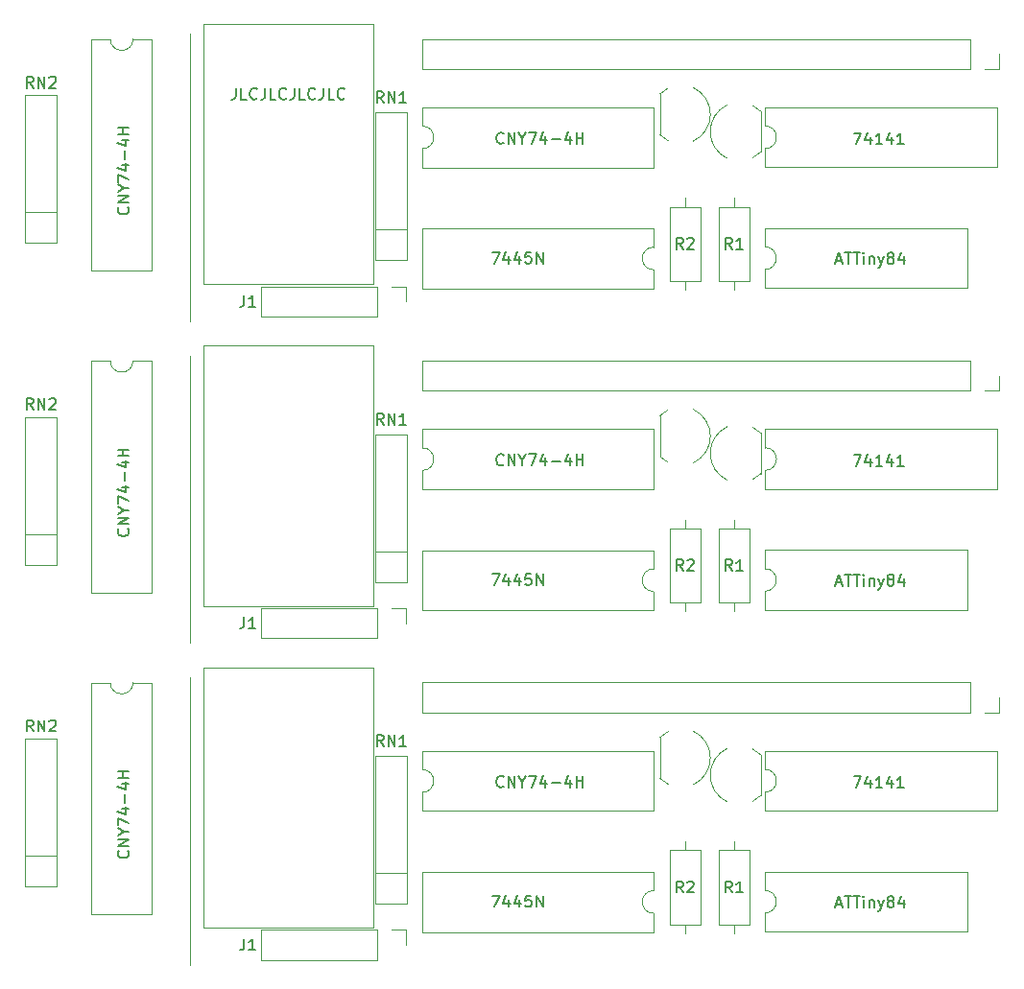
<source format=gbr>
%TF.GenerationSoftware,KiCad,Pcbnew,7.0.7*%
%TF.CreationDate,2023-10-06T22:38:46+01:00*%
%TF.ProjectId,nixie-controller-breakaway-panelized,6e697869-652d-4636-9f6e-74726f6c6c65,rev?*%
%TF.SameCoordinates,Original*%
%TF.FileFunction,Legend,Top*%
%TF.FilePolarity,Positive*%
%FSLAX46Y46*%
G04 Gerber Fmt 4.6, Leading zero omitted, Abs format (unit mm)*
G04 Created by KiCad (PCBNEW 7.0.7) date 2023-10-06 22:38:46*
%MOMM*%
%LPD*%
G01*
G04 APERTURE LIST*
%ADD10C,0.150000*%
%ADD11C,0.120000*%
G04 APERTURE END LIST*
D10*
X101725790Y-107311904D02*
X102201980Y-107311904D01*
X101630552Y-107597619D02*
X101963885Y-106597619D01*
X101963885Y-106597619D02*
X102297218Y-107597619D01*
X102487695Y-106597619D02*
X103059123Y-106597619D01*
X102773409Y-107597619D02*
X102773409Y-106597619D01*
X103249600Y-106597619D02*
X103821028Y-106597619D01*
X103535314Y-107597619D02*
X103535314Y-106597619D01*
X104154362Y-107597619D02*
X104154362Y-106930952D01*
X104154362Y-106597619D02*
X104106743Y-106645238D01*
X104106743Y-106645238D02*
X104154362Y-106692857D01*
X104154362Y-106692857D02*
X104201981Y-106645238D01*
X104201981Y-106645238D02*
X104154362Y-106597619D01*
X104154362Y-106597619D02*
X104154362Y-106692857D01*
X104630552Y-106930952D02*
X104630552Y-107597619D01*
X104630552Y-107026190D02*
X104678171Y-106978571D01*
X104678171Y-106978571D02*
X104773409Y-106930952D01*
X104773409Y-106930952D02*
X104916266Y-106930952D01*
X104916266Y-106930952D02*
X105011504Y-106978571D01*
X105011504Y-106978571D02*
X105059123Y-107073809D01*
X105059123Y-107073809D02*
X105059123Y-107597619D01*
X105440076Y-106930952D02*
X105678171Y-107597619D01*
X105916266Y-106930952D02*
X105678171Y-107597619D01*
X105678171Y-107597619D02*
X105582933Y-107835714D01*
X105582933Y-107835714D02*
X105535314Y-107883333D01*
X105535314Y-107883333D02*
X105440076Y-107930952D01*
X106440076Y-107026190D02*
X106344838Y-106978571D01*
X106344838Y-106978571D02*
X106297219Y-106930952D01*
X106297219Y-106930952D02*
X106249600Y-106835714D01*
X106249600Y-106835714D02*
X106249600Y-106788095D01*
X106249600Y-106788095D02*
X106297219Y-106692857D01*
X106297219Y-106692857D02*
X106344838Y-106645238D01*
X106344838Y-106645238D02*
X106440076Y-106597619D01*
X106440076Y-106597619D02*
X106630552Y-106597619D01*
X106630552Y-106597619D02*
X106725790Y-106645238D01*
X106725790Y-106645238D02*
X106773409Y-106692857D01*
X106773409Y-106692857D02*
X106821028Y-106788095D01*
X106821028Y-106788095D02*
X106821028Y-106835714D01*
X106821028Y-106835714D02*
X106773409Y-106930952D01*
X106773409Y-106930952D02*
X106725790Y-106978571D01*
X106725790Y-106978571D02*
X106630552Y-107026190D01*
X106630552Y-107026190D02*
X106440076Y-107026190D01*
X106440076Y-107026190D02*
X106344838Y-107073809D01*
X106344838Y-107073809D02*
X106297219Y-107121428D01*
X106297219Y-107121428D02*
X106249600Y-107216666D01*
X106249600Y-107216666D02*
X106249600Y-107407142D01*
X106249600Y-107407142D02*
X106297219Y-107502380D01*
X106297219Y-107502380D02*
X106344838Y-107550000D01*
X106344838Y-107550000D02*
X106440076Y-107597619D01*
X106440076Y-107597619D02*
X106630552Y-107597619D01*
X106630552Y-107597619D02*
X106725790Y-107550000D01*
X106725790Y-107550000D02*
X106773409Y-107502380D01*
X106773409Y-107502380D02*
X106821028Y-107407142D01*
X106821028Y-107407142D02*
X106821028Y-107216666D01*
X106821028Y-107216666D02*
X106773409Y-107121428D01*
X106773409Y-107121428D02*
X106725790Y-107073809D01*
X106725790Y-107073809D02*
X106630552Y-107026190D01*
X107678171Y-106930952D02*
X107678171Y-107597619D01*
X107440076Y-106550000D02*
X107201981Y-107264285D01*
X107201981Y-107264285D02*
X107821028Y-107264285D01*
X103273505Y-96031219D02*
X103940171Y-96031219D01*
X103940171Y-96031219D02*
X103511600Y-97031219D01*
X104749695Y-96364552D02*
X104749695Y-97031219D01*
X104511600Y-95983600D02*
X104273505Y-96697885D01*
X104273505Y-96697885D02*
X104892552Y-96697885D01*
X105797314Y-97031219D02*
X105225886Y-97031219D01*
X105511600Y-97031219D02*
X105511600Y-96031219D01*
X105511600Y-96031219D02*
X105416362Y-96174076D01*
X105416362Y-96174076D02*
X105321124Y-96269314D01*
X105321124Y-96269314D02*
X105225886Y-96316933D01*
X106654457Y-96364552D02*
X106654457Y-97031219D01*
X106416362Y-95983600D02*
X106178267Y-96697885D01*
X106178267Y-96697885D02*
X106797314Y-96697885D01*
X107702076Y-97031219D02*
X107130648Y-97031219D01*
X107416362Y-97031219D02*
X107416362Y-96031219D01*
X107416362Y-96031219D02*
X107321124Y-96174076D01*
X107321124Y-96174076D02*
X107225886Y-96269314D01*
X107225886Y-96269314D02*
X107130648Y-96316933D01*
X71364286Y-106546819D02*
X72030952Y-106546819D01*
X72030952Y-106546819D02*
X71602381Y-107546819D01*
X72840476Y-106880152D02*
X72840476Y-107546819D01*
X72602381Y-106499200D02*
X72364286Y-107213485D01*
X72364286Y-107213485D02*
X72983333Y-107213485D01*
X73792857Y-106880152D02*
X73792857Y-107546819D01*
X73554762Y-106499200D02*
X73316667Y-107213485D01*
X73316667Y-107213485D02*
X73935714Y-107213485D01*
X74792857Y-106546819D02*
X74316667Y-106546819D01*
X74316667Y-106546819D02*
X74269048Y-107023009D01*
X74269048Y-107023009D02*
X74316667Y-106975390D01*
X74316667Y-106975390D02*
X74411905Y-106927771D01*
X74411905Y-106927771D02*
X74650000Y-106927771D01*
X74650000Y-106927771D02*
X74745238Y-106975390D01*
X74745238Y-106975390D02*
X74792857Y-107023009D01*
X74792857Y-107023009D02*
X74840476Y-107118247D01*
X74840476Y-107118247D02*
X74840476Y-107356342D01*
X74840476Y-107356342D02*
X74792857Y-107451580D01*
X74792857Y-107451580D02*
X74745238Y-107499200D01*
X74745238Y-107499200D02*
X74650000Y-107546819D01*
X74650000Y-107546819D02*
X74411905Y-107546819D01*
X74411905Y-107546819D02*
X74316667Y-107499200D01*
X74316667Y-107499200D02*
X74269048Y-107451580D01*
X75269048Y-107546819D02*
X75269048Y-106546819D01*
X75269048Y-106546819D02*
X75840476Y-107546819D01*
X75840476Y-107546819D02*
X75840476Y-106546819D01*
X72376114Y-96885180D02*
X72328495Y-96932800D01*
X72328495Y-96932800D02*
X72185638Y-96980419D01*
X72185638Y-96980419D02*
X72090400Y-96980419D01*
X72090400Y-96980419D02*
X71947543Y-96932800D01*
X71947543Y-96932800D02*
X71852305Y-96837561D01*
X71852305Y-96837561D02*
X71804686Y-96742323D01*
X71804686Y-96742323D02*
X71757067Y-96551847D01*
X71757067Y-96551847D02*
X71757067Y-96408990D01*
X71757067Y-96408990D02*
X71804686Y-96218514D01*
X71804686Y-96218514D02*
X71852305Y-96123276D01*
X71852305Y-96123276D02*
X71947543Y-96028038D01*
X71947543Y-96028038D02*
X72090400Y-95980419D01*
X72090400Y-95980419D02*
X72185638Y-95980419D01*
X72185638Y-95980419D02*
X72328495Y-96028038D01*
X72328495Y-96028038D02*
X72376114Y-96075657D01*
X72804686Y-96980419D02*
X72804686Y-95980419D01*
X72804686Y-95980419D02*
X73376114Y-96980419D01*
X73376114Y-96980419D02*
X73376114Y-95980419D01*
X74042781Y-96504228D02*
X74042781Y-96980419D01*
X73709448Y-95980419D02*
X74042781Y-96504228D01*
X74042781Y-96504228D02*
X74376114Y-95980419D01*
X74614210Y-95980419D02*
X75280876Y-95980419D01*
X75280876Y-95980419D02*
X74852305Y-96980419D01*
X76090400Y-96313752D02*
X76090400Y-96980419D01*
X75852305Y-95932800D02*
X75614210Y-96647085D01*
X75614210Y-96647085D02*
X76233257Y-96647085D01*
X76614210Y-96599466D02*
X77376115Y-96599466D01*
X78280876Y-96313752D02*
X78280876Y-96980419D01*
X78042781Y-95932800D02*
X77804686Y-96647085D01*
X77804686Y-96647085D02*
X78423733Y-96647085D01*
X78804686Y-96980419D02*
X78804686Y-95980419D01*
X78804686Y-96456609D02*
X79376114Y-96456609D01*
X79376114Y-96980419D02*
X79376114Y-95980419D01*
X39248780Y-102584685D02*
X39296400Y-102632304D01*
X39296400Y-102632304D02*
X39344019Y-102775161D01*
X39344019Y-102775161D02*
X39344019Y-102870399D01*
X39344019Y-102870399D02*
X39296400Y-103013256D01*
X39296400Y-103013256D02*
X39201161Y-103108494D01*
X39201161Y-103108494D02*
X39105923Y-103156113D01*
X39105923Y-103156113D02*
X38915447Y-103203732D01*
X38915447Y-103203732D02*
X38772590Y-103203732D01*
X38772590Y-103203732D02*
X38582114Y-103156113D01*
X38582114Y-103156113D02*
X38486876Y-103108494D01*
X38486876Y-103108494D02*
X38391638Y-103013256D01*
X38391638Y-103013256D02*
X38344019Y-102870399D01*
X38344019Y-102870399D02*
X38344019Y-102775161D01*
X38344019Y-102775161D02*
X38391638Y-102632304D01*
X38391638Y-102632304D02*
X38439257Y-102584685D01*
X39344019Y-102156113D02*
X38344019Y-102156113D01*
X38344019Y-102156113D02*
X39344019Y-101584685D01*
X39344019Y-101584685D02*
X38344019Y-101584685D01*
X38867828Y-100918018D02*
X39344019Y-100918018D01*
X38344019Y-101251351D02*
X38867828Y-100918018D01*
X38867828Y-100918018D02*
X38344019Y-100584685D01*
X38344019Y-100346589D02*
X38344019Y-99679923D01*
X38344019Y-99679923D02*
X39344019Y-100108494D01*
X38677352Y-98870399D02*
X39344019Y-98870399D01*
X38296400Y-99108494D02*
X39010685Y-99346589D01*
X39010685Y-99346589D02*
X39010685Y-98727542D01*
X38963066Y-98346589D02*
X38963066Y-97584685D01*
X38677352Y-96679923D02*
X39344019Y-96679923D01*
X38296400Y-96918018D02*
X39010685Y-97156113D01*
X39010685Y-97156113D02*
X39010685Y-96537066D01*
X39344019Y-96156113D02*
X38344019Y-96156113D01*
X38820209Y-96156113D02*
X38820209Y-95584685D01*
X39344019Y-95584685D02*
X38344019Y-95584685D01*
D11*
X44750000Y-112650000D02*
X44750000Y-87300000D01*
D10*
X101725790Y-78911904D02*
X102201980Y-78911904D01*
X101630552Y-79197619D02*
X101963885Y-78197619D01*
X101963885Y-78197619D02*
X102297218Y-79197619D01*
X102487695Y-78197619D02*
X103059123Y-78197619D01*
X102773409Y-79197619D02*
X102773409Y-78197619D01*
X103249600Y-78197619D02*
X103821028Y-78197619D01*
X103535314Y-79197619D02*
X103535314Y-78197619D01*
X104154362Y-79197619D02*
X104154362Y-78530952D01*
X104154362Y-78197619D02*
X104106743Y-78245238D01*
X104106743Y-78245238D02*
X104154362Y-78292857D01*
X104154362Y-78292857D02*
X104201981Y-78245238D01*
X104201981Y-78245238D02*
X104154362Y-78197619D01*
X104154362Y-78197619D02*
X104154362Y-78292857D01*
X104630552Y-78530952D02*
X104630552Y-79197619D01*
X104630552Y-78626190D02*
X104678171Y-78578571D01*
X104678171Y-78578571D02*
X104773409Y-78530952D01*
X104773409Y-78530952D02*
X104916266Y-78530952D01*
X104916266Y-78530952D02*
X105011504Y-78578571D01*
X105011504Y-78578571D02*
X105059123Y-78673809D01*
X105059123Y-78673809D02*
X105059123Y-79197619D01*
X105440076Y-78530952D02*
X105678171Y-79197619D01*
X105916266Y-78530952D02*
X105678171Y-79197619D01*
X105678171Y-79197619D02*
X105582933Y-79435714D01*
X105582933Y-79435714D02*
X105535314Y-79483333D01*
X105535314Y-79483333D02*
X105440076Y-79530952D01*
X106440076Y-78626190D02*
X106344838Y-78578571D01*
X106344838Y-78578571D02*
X106297219Y-78530952D01*
X106297219Y-78530952D02*
X106249600Y-78435714D01*
X106249600Y-78435714D02*
X106249600Y-78388095D01*
X106249600Y-78388095D02*
X106297219Y-78292857D01*
X106297219Y-78292857D02*
X106344838Y-78245238D01*
X106344838Y-78245238D02*
X106440076Y-78197619D01*
X106440076Y-78197619D02*
X106630552Y-78197619D01*
X106630552Y-78197619D02*
X106725790Y-78245238D01*
X106725790Y-78245238D02*
X106773409Y-78292857D01*
X106773409Y-78292857D02*
X106821028Y-78388095D01*
X106821028Y-78388095D02*
X106821028Y-78435714D01*
X106821028Y-78435714D02*
X106773409Y-78530952D01*
X106773409Y-78530952D02*
X106725790Y-78578571D01*
X106725790Y-78578571D02*
X106630552Y-78626190D01*
X106630552Y-78626190D02*
X106440076Y-78626190D01*
X106440076Y-78626190D02*
X106344838Y-78673809D01*
X106344838Y-78673809D02*
X106297219Y-78721428D01*
X106297219Y-78721428D02*
X106249600Y-78816666D01*
X106249600Y-78816666D02*
X106249600Y-79007142D01*
X106249600Y-79007142D02*
X106297219Y-79102380D01*
X106297219Y-79102380D02*
X106344838Y-79150000D01*
X106344838Y-79150000D02*
X106440076Y-79197619D01*
X106440076Y-79197619D02*
X106630552Y-79197619D01*
X106630552Y-79197619D02*
X106725790Y-79150000D01*
X106725790Y-79150000D02*
X106773409Y-79102380D01*
X106773409Y-79102380D02*
X106821028Y-79007142D01*
X106821028Y-79007142D02*
X106821028Y-78816666D01*
X106821028Y-78816666D02*
X106773409Y-78721428D01*
X106773409Y-78721428D02*
X106725790Y-78673809D01*
X106725790Y-78673809D02*
X106630552Y-78626190D01*
X107678171Y-78530952D02*
X107678171Y-79197619D01*
X107440076Y-78150000D02*
X107201981Y-78864285D01*
X107201981Y-78864285D02*
X107821028Y-78864285D01*
X103273505Y-67631219D02*
X103940171Y-67631219D01*
X103940171Y-67631219D02*
X103511600Y-68631219D01*
X104749695Y-67964552D02*
X104749695Y-68631219D01*
X104511600Y-67583600D02*
X104273505Y-68297885D01*
X104273505Y-68297885D02*
X104892552Y-68297885D01*
X105797314Y-68631219D02*
X105225886Y-68631219D01*
X105511600Y-68631219D02*
X105511600Y-67631219D01*
X105511600Y-67631219D02*
X105416362Y-67774076D01*
X105416362Y-67774076D02*
X105321124Y-67869314D01*
X105321124Y-67869314D02*
X105225886Y-67916933D01*
X106654457Y-67964552D02*
X106654457Y-68631219D01*
X106416362Y-67583600D02*
X106178267Y-68297885D01*
X106178267Y-68297885D02*
X106797314Y-68297885D01*
X107702076Y-68631219D02*
X107130648Y-68631219D01*
X107416362Y-68631219D02*
X107416362Y-67631219D01*
X107416362Y-67631219D02*
X107321124Y-67774076D01*
X107321124Y-67774076D02*
X107225886Y-67869314D01*
X107225886Y-67869314D02*
X107130648Y-67916933D01*
X71364286Y-78146819D02*
X72030952Y-78146819D01*
X72030952Y-78146819D02*
X71602381Y-79146819D01*
X72840476Y-78480152D02*
X72840476Y-79146819D01*
X72602381Y-78099200D02*
X72364286Y-78813485D01*
X72364286Y-78813485D02*
X72983333Y-78813485D01*
X73792857Y-78480152D02*
X73792857Y-79146819D01*
X73554762Y-78099200D02*
X73316667Y-78813485D01*
X73316667Y-78813485D02*
X73935714Y-78813485D01*
X74792857Y-78146819D02*
X74316667Y-78146819D01*
X74316667Y-78146819D02*
X74269048Y-78623009D01*
X74269048Y-78623009D02*
X74316667Y-78575390D01*
X74316667Y-78575390D02*
X74411905Y-78527771D01*
X74411905Y-78527771D02*
X74650000Y-78527771D01*
X74650000Y-78527771D02*
X74745238Y-78575390D01*
X74745238Y-78575390D02*
X74792857Y-78623009D01*
X74792857Y-78623009D02*
X74840476Y-78718247D01*
X74840476Y-78718247D02*
X74840476Y-78956342D01*
X74840476Y-78956342D02*
X74792857Y-79051580D01*
X74792857Y-79051580D02*
X74745238Y-79099200D01*
X74745238Y-79099200D02*
X74650000Y-79146819D01*
X74650000Y-79146819D02*
X74411905Y-79146819D01*
X74411905Y-79146819D02*
X74316667Y-79099200D01*
X74316667Y-79099200D02*
X74269048Y-79051580D01*
X75269048Y-79146819D02*
X75269048Y-78146819D01*
X75269048Y-78146819D02*
X75840476Y-79146819D01*
X75840476Y-79146819D02*
X75840476Y-78146819D01*
X72376114Y-68485180D02*
X72328495Y-68532800D01*
X72328495Y-68532800D02*
X72185638Y-68580419D01*
X72185638Y-68580419D02*
X72090400Y-68580419D01*
X72090400Y-68580419D02*
X71947543Y-68532800D01*
X71947543Y-68532800D02*
X71852305Y-68437561D01*
X71852305Y-68437561D02*
X71804686Y-68342323D01*
X71804686Y-68342323D02*
X71757067Y-68151847D01*
X71757067Y-68151847D02*
X71757067Y-68008990D01*
X71757067Y-68008990D02*
X71804686Y-67818514D01*
X71804686Y-67818514D02*
X71852305Y-67723276D01*
X71852305Y-67723276D02*
X71947543Y-67628038D01*
X71947543Y-67628038D02*
X72090400Y-67580419D01*
X72090400Y-67580419D02*
X72185638Y-67580419D01*
X72185638Y-67580419D02*
X72328495Y-67628038D01*
X72328495Y-67628038D02*
X72376114Y-67675657D01*
X72804686Y-68580419D02*
X72804686Y-67580419D01*
X72804686Y-67580419D02*
X73376114Y-68580419D01*
X73376114Y-68580419D02*
X73376114Y-67580419D01*
X74042781Y-68104228D02*
X74042781Y-68580419D01*
X73709448Y-67580419D02*
X74042781Y-68104228D01*
X74042781Y-68104228D02*
X74376114Y-67580419D01*
X74614210Y-67580419D02*
X75280876Y-67580419D01*
X75280876Y-67580419D02*
X74852305Y-68580419D01*
X76090400Y-67913752D02*
X76090400Y-68580419D01*
X75852305Y-67532800D02*
X75614210Y-68247085D01*
X75614210Y-68247085D02*
X76233257Y-68247085D01*
X76614210Y-68199466D02*
X77376115Y-68199466D01*
X78280876Y-67913752D02*
X78280876Y-68580419D01*
X78042781Y-67532800D02*
X77804686Y-68247085D01*
X77804686Y-68247085D02*
X78423733Y-68247085D01*
X78804686Y-68580419D02*
X78804686Y-67580419D01*
X78804686Y-68056609D02*
X79376114Y-68056609D01*
X79376114Y-68580419D02*
X79376114Y-67580419D01*
X39248780Y-74184685D02*
X39296400Y-74232304D01*
X39296400Y-74232304D02*
X39344019Y-74375161D01*
X39344019Y-74375161D02*
X39344019Y-74470399D01*
X39344019Y-74470399D02*
X39296400Y-74613256D01*
X39296400Y-74613256D02*
X39201161Y-74708494D01*
X39201161Y-74708494D02*
X39105923Y-74756113D01*
X39105923Y-74756113D02*
X38915447Y-74803732D01*
X38915447Y-74803732D02*
X38772590Y-74803732D01*
X38772590Y-74803732D02*
X38582114Y-74756113D01*
X38582114Y-74756113D02*
X38486876Y-74708494D01*
X38486876Y-74708494D02*
X38391638Y-74613256D01*
X38391638Y-74613256D02*
X38344019Y-74470399D01*
X38344019Y-74470399D02*
X38344019Y-74375161D01*
X38344019Y-74375161D02*
X38391638Y-74232304D01*
X38391638Y-74232304D02*
X38439257Y-74184685D01*
X39344019Y-73756113D02*
X38344019Y-73756113D01*
X38344019Y-73756113D02*
X39344019Y-73184685D01*
X39344019Y-73184685D02*
X38344019Y-73184685D01*
X38867828Y-72518018D02*
X39344019Y-72518018D01*
X38344019Y-72851351D02*
X38867828Y-72518018D01*
X38867828Y-72518018D02*
X38344019Y-72184685D01*
X38344019Y-71946589D02*
X38344019Y-71279923D01*
X38344019Y-71279923D02*
X39344019Y-71708494D01*
X38677352Y-70470399D02*
X39344019Y-70470399D01*
X38296400Y-70708494D02*
X39010685Y-70946589D01*
X39010685Y-70946589D02*
X39010685Y-70327542D01*
X38963066Y-69946589D02*
X38963066Y-69184685D01*
X38677352Y-68279923D02*
X39344019Y-68279923D01*
X38296400Y-68518018D02*
X39010685Y-68756113D01*
X39010685Y-68756113D02*
X39010685Y-68137066D01*
X39344019Y-67756113D02*
X38344019Y-67756113D01*
X38820209Y-67756113D02*
X38820209Y-67184685D01*
X39344019Y-67184685D02*
X38344019Y-67184685D01*
D11*
X44750000Y-84250000D02*
X44750000Y-58900000D01*
X44750000Y-55850000D02*
X44750000Y-30500000D01*
D10*
X101725790Y-50511904D02*
X102201980Y-50511904D01*
X101630552Y-50797619D02*
X101963885Y-49797619D01*
X101963885Y-49797619D02*
X102297218Y-50797619D01*
X102487695Y-49797619D02*
X103059123Y-49797619D01*
X102773409Y-50797619D02*
X102773409Y-49797619D01*
X103249600Y-49797619D02*
X103821028Y-49797619D01*
X103535314Y-50797619D02*
X103535314Y-49797619D01*
X104154362Y-50797619D02*
X104154362Y-50130952D01*
X104154362Y-49797619D02*
X104106743Y-49845238D01*
X104106743Y-49845238D02*
X104154362Y-49892857D01*
X104154362Y-49892857D02*
X104201981Y-49845238D01*
X104201981Y-49845238D02*
X104154362Y-49797619D01*
X104154362Y-49797619D02*
X104154362Y-49892857D01*
X104630552Y-50130952D02*
X104630552Y-50797619D01*
X104630552Y-50226190D02*
X104678171Y-50178571D01*
X104678171Y-50178571D02*
X104773409Y-50130952D01*
X104773409Y-50130952D02*
X104916266Y-50130952D01*
X104916266Y-50130952D02*
X105011504Y-50178571D01*
X105011504Y-50178571D02*
X105059123Y-50273809D01*
X105059123Y-50273809D02*
X105059123Y-50797619D01*
X105440076Y-50130952D02*
X105678171Y-50797619D01*
X105916266Y-50130952D02*
X105678171Y-50797619D01*
X105678171Y-50797619D02*
X105582933Y-51035714D01*
X105582933Y-51035714D02*
X105535314Y-51083333D01*
X105535314Y-51083333D02*
X105440076Y-51130952D01*
X106440076Y-50226190D02*
X106344838Y-50178571D01*
X106344838Y-50178571D02*
X106297219Y-50130952D01*
X106297219Y-50130952D02*
X106249600Y-50035714D01*
X106249600Y-50035714D02*
X106249600Y-49988095D01*
X106249600Y-49988095D02*
X106297219Y-49892857D01*
X106297219Y-49892857D02*
X106344838Y-49845238D01*
X106344838Y-49845238D02*
X106440076Y-49797619D01*
X106440076Y-49797619D02*
X106630552Y-49797619D01*
X106630552Y-49797619D02*
X106725790Y-49845238D01*
X106725790Y-49845238D02*
X106773409Y-49892857D01*
X106773409Y-49892857D02*
X106821028Y-49988095D01*
X106821028Y-49988095D02*
X106821028Y-50035714D01*
X106821028Y-50035714D02*
X106773409Y-50130952D01*
X106773409Y-50130952D02*
X106725790Y-50178571D01*
X106725790Y-50178571D02*
X106630552Y-50226190D01*
X106630552Y-50226190D02*
X106440076Y-50226190D01*
X106440076Y-50226190D02*
X106344838Y-50273809D01*
X106344838Y-50273809D02*
X106297219Y-50321428D01*
X106297219Y-50321428D02*
X106249600Y-50416666D01*
X106249600Y-50416666D02*
X106249600Y-50607142D01*
X106249600Y-50607142D02*
X106297219Y-50702380D01*
X106297219Y-50702380D02*
X106344838Y-50750000D01*
X106344838Y-50750000D02*
X106440076Y-50797619D01*
X106440076Y-50797619D02*
X106630552Y-50797619D01*
X106630552Y-50797619D02*
X106725790Y-50750000D01*
X106725790Y-50750000D02*
X106773409Y-50702380D01*
X106773409Y-50702380D02*
X106821028Y-50607142D01*
X106821028Y-50607142D02*
X106821028Y-50416666D01*
X106821028Y-50416666D02*
X106773409Y-50321428D01*
X106773409Y-50321428D02*
X106725790Y-50273809D01*
X106725790Y-50273809D02*
X106630552Y-50226190D01*
X107678171Y-50130952D02*
X107678171Y-50797619D01*
X107440076Y-49750000D02*
X107201981Y-50464285D01*
X107201981Y-50464285D02*
X107821028Y-50464285D01*
X72376114Y-40085180D02*
X72328495Y-40132800D01*
X72328495Y-40132800D02*
X72185638Y-40180419D01*
X72185638Y-40180419D02*
X72090400Y-40180419D01*
X72090400Y-40180419D02*
X71947543Y-40132800D01*
X71947543Y-40132800D02*
X71852305Y-40037561D01*
X71852305Y-40037561D02*
X71804686Y-39942323D01*
X71804686Y-39942323D02*
X71757067Y-39751847D01*
X71757067Y-39751847D02*
X71757067Y-39608990D01*
X71757067Y-39608990D02*
X71804686Y-39418514D01*
X71804686Y-39418514D02*
X71852305Y-39323276D01*
X71852305Y-39323276D02*
X71947543Y-39228038D01*
X71947543Y-39228038D02*
X72090400Y-39180419D01*
X72090400Y-39180419D02*
X72185638Y-39180419D01*
X72185638Y-39180419D02*
X72328495Y-39228038D01*
X72328495Y-39228038D02*
X72376114Y-39275657D01*
X72804686Y-40180419D02*
X72804686Y-39180419D01*
X72804686Y-39180419D02*
X73376114Y-40180419D01*
X73376114Y-40180419D02*
X73376114Y-39180419D01*
X74042781Y-39704228D02*
X74042781Y-40180419D01*
X73709448Y-39180419D02*
X74042781Y-39704228D01*
X74042781Y-39704228D02*
X74376114Y-39180419D01*
X74614210Y-39180419D02*
X75280876Y-39180419D01*
X75280876Y-39180419D02*
X74852305Y-40180419D01*
X76090400Y-39513752D02*
X76090400Y-40180419D01*
X75852305Y-39132800D02*
X75614210Y-39847085D01*
X75614210Y-39847085D02*
X76233257Y-39847085D01*
X76614210Y-39799466D02*
X77376115Y-39799466D01*
X78280876Y-39513752D02*
X78280876Y-40180419D01*
X78042781Y-39132800D02*
X77804686Y-39847085D01*
X77804686Y-39847085D02*
X78423733Y-39847085D01*
X78804686Y-40180419D02*
X78804686Y-39180419D01*
X78804686Y-39656609D02*
X79376114Y-39656609D01*
X79376114Y-40180419D02*
X79376114Y-39180419D01*
X71364286Y-49746819D02*
X72030952Y-49746819D01*
X72030952Y-49746819D02*
X71602381Y-50746819D01*
X72840476Y-50080152D02*
X72840476Y-50746819D01*
X72602381Y-49699200D02*
X72364286Y-50413485D01*
X72364286Y-50413485D02*
X72983333Y-50413485D01*
X73792857Y-50080152D02*
X73792857Y-50746819D01*
X73554762Y-49699200D02*
X73316667Y-50413485D01*
X73316667Y-50413485D02*
X73935714Y-50413485D01*
X74792857Y-49746819D02*
X74316667Y-49746819D01*
X74316667Y-49746819D02*
X74269048Y-50223009D01*
X74269048Y-50223009D02*
X74316667Y-50175390D01*
X74316667Y-50175390D02*
X74411905Y-50127771D01*
X74411905Y-50127771D02*
X74650000Y-50127771D01*
X74650000Y-50127771D02*
X74745238Y-50175390D01*
X74745238Y-50175390D02*
X74792857Y-50223009D01*
X74792857Y-50223009D02*
X74840476Y-50318247D01*
X74840476Y-50318247D02*
X74840476Y-50556342D01*
X74840476Y-50556342D02*
X74792857Y-50651580D01*
X74792857Y-50651580D02*
X74745238Y-50699200D01*
X74745238Y-50699200D02*
X74650000Y-50746819D01*
X74650000Y-50746819D02*
X74411905Y-50746819D01*
X74411905Y-50746819D02*
X74316667Y-50699200D01*
X74316667Y-50699200D02*
X74269048Y-50651580D01*
X75269048Y-50746819D02*
X75269048Y-49746819D01*
X75269048Y-49746819D02*
X75840476Y-50746819D01*
X75840476Y-50746819D02*
X75840476Y-49746819D01*
X103273505Y-39231219D02*
X103940171Y-39231219D01*
X103940171Y-39231219D02*
X103511600Y-40231219D01*
X104749695Y-39564552D02*
X104749695Y-40231219D01*
X104511600Y-39183600D02*
X104273505Y-39897885D01*
X104273505Y-39897885D02*
X104892552Y-39897885D01*
X105797314Y-40231219D02*
X105225886Y-40231219D01*
X105511600Y-40231219D02*
X105511600Y-39231219D01*
X105511600Y-39231219D02*
X105416362Y-39374076D01*
X105416362Y-39374076D02*
X105321124Y-39469314D01*
X105321124Y-39469314D02*
X105225886Y-39516933D01*
X106654457Y-39564552D02*
X106654457Y-40231219D01*
X106416362Y-39183600D02*
X106178267Y-39897885D01*
X106178267Y-39897885D02*
X106797314Y-39897885D01*
X107702076Y-40231219D02*
X107130648Y-40231219D01*
X107416362Y-40231219D02*
X107416362Y-39231219D01*
X107416362Y-39231219D02*
X107321124Y-39374076D01*
X107321124Y-39374076D02*
X107225886Y-39469314D01*
X107225886Y-39469314D02*
X107130648Y-39516933D01*
X48772493Y-35269819D02*
X48772493Y-35984104D01*
X48772493Y-35984104D02*
X48724874Y-36126961D01*
X48724874Y-36126961D02*
X48629636Y-36222200D01*
X48629636Y-36222200D02*
X48486779Y-36269819D01*
X48486779Y-36269819D02*
X48391541Y-36269819D01*
X49724874Y-36269819D02*
X49248684Y-36269819D01*
X49248684Y-36269819D02*
X49248684Y-35269819D01*
X50629636Y-36174580D02*
X50582017Y-36222200D01*
X50582017Y-36222200D02*
X50439160Y-36269819D01*
X50439160Y-36269819D02*
X50343922Y-36269819D01*
X50343922Y-36269819D02*
X50201065Y-36222200D01*
X50201065Y-36222200D02*
X50105827Y-36126961D01*
X50105827Y-36126961D02*
X50058208Y-36031723D01*
X50058208Y-36031723D02*
X50010589Y-35841247D01*
X50010589Y-35841247D02*
X50010589Y-35698390D01*
X50010589Y-35698390D02*
X50058208Y-35507914D01*
X50058208Y-35507914D02*
X50105827Y-35412676D01*
X50105827Y-35412676D02*
X50201065Y-35317438D01*
X50201065Y-35317438D02*
X50343922Y-35269819D01*
X50343922Y-35269819D02*
X50439160Y-35269819D01*
X50439160Y-35269819D02*
X50582017Y-35317438D01*
X50582017Y-35317438D02*
X50629636Y-35365057D01*
X51343922Y-35269819D02*
X51343922Y-35984104D01*
X51343922Y-35984104D02*
X51296303Y-36126961D01*
X51296303Y-36126961D02*
X51201065Y-36222200D01*
X51201065Y-36222200D02*
X51058208Y-36269819D01*
X51058208Y-36269819D02*
X50962970Y-36269819D01*
X52296303Y-36269819D02*
X51820113Y-36269819D01*
X51820113Y-36269819D02*
X51820113Y-35269819D01*
X53201065Y-36174580D02*
X53153446Y-36222200D01*
X53153446Y-36222200D02*
X53010589Y-36269819D01*
X53010589Y-36269819D02*
X52915351Y-36269819D01*
X52915351Y-36269819D02*
X52772494Y-36222200D01*
X52772494Y-36222200D02*
X52677256Y-36126961D01*
X52677256Y-36126961D02*
X52629637Y-36031723D01*
X52629637Y-36031723D02*
X52582018Y-35841247D01*
X52582018Y-35841247D02*
X52582018Y-35698390D01*
X52582018Y-35698390D02*
X52629637Y-35507914D01*
X52629637Y-35507914D02*
X52677256Y-35412676D01*
X52677256Y-35412676D02*
X52772494Y-35317438D01*
X52772494Y-35317438D02*
X52915351Y-35269819D01*
X52915351Y-35269819D02*
X53010589Y-35269819D01*
X53010589Y-35269819D02*
X53153446Y-35317438D01*
X53153446Y-35317438D02*
X53201065Y-35365057D01*
X53915351Y-35269819D02*
X53915351Y-35984104D01*
X53915351Y-35984104D02*
X53867732Y-36126961D01*
X53867732Y-36126961D02*
X53772494Y-36222200D01*
X53772494Y-36222200D02*
X53629637Y-36269819D01*
X53629637Y-36269819D02*
X53534399Y-36269819D01*
X54867732Y-36269819D02*
X54391542Y-36269819D01*
X54391542Y-36269819D02*
X54391542Y-35269819D01*
X55772494Y-36174580D02*
X55724875Y-36222200D01*
X55724875Y-36222200D02*
X55582018Y-36269819D01*
X55582018Y-36269819D02*
X55486780Y-36269819D01*
X55486780Y-36269819D02*
X55343923Y-36222200D01*
X55343923Y-36222200D02*
X55248685Y-36126961D01*
X55248685Y-36126961D02*
X55201066Y-36031723D01*
X55201066Y-36031723D02*
X55153447Y-35841247D01*
X55153447Y-35841247D02*
X55153447Y-35698390D01*
X55153447Y-35698390D02*
X55201066Y-35507914D01*
X55201066Y-35507914D02*
X55248685Y-35412676D01*
X55248685Y-35412676D02*
X55343923Y-35317438D01*
X55343923Y-35317438D02*
X55486780Y-35269819D01*
X55486780Y-35269819D02*
X55582018Y-35269819D01*
X55582018Y-35269819D02*
X55724875Y-35317438D01*
X55724875Y-35317438D02*
X55772494Y-35365057D01*
X56486780Y-35269819D02*
X56486780Y-35984104D01*
X56486780Y-35984104D02*
X56439161Y-36126961D01*
X56439161Y-36126961D02*
X56343923Y-36222200D01*
X56343923Y-36222200D02*
X56201066Y-36269819D01*
X56201066Y-36269819D02*
X56105828Y-36269819D01*
X57439161Y-36269819D02*
X56962971Y-36269819D01*
X56962971Y-36269819D02*
X56962971Y-35269819D01*
X58343923Y-36174580D02*
X58296304Y-36222200D01*
X58296304Y-36222200D02*
X58153447Y-36269819D01*
X58153447Y-36269819D02*
X58058209Y-36269819D01*
X58058209Y-36269819D02*
X57915352Y-36222200D01*
X57915352Y-36222200D02*
X57820114Y-36126961D01*
X57820114Y-36126961D02*
X57772495Y-36031723D01*
X57772495Y-36031723D02*
X57724876Y-35841247D01*
X57724876Y-35841247D02*
X57724876Y-35698390D01*
X57724876Y-35698390D02*
X57772495Y-35507914D01*
X57772495Y-35507914D02*
X57820114Y-35412676D01*
X57820114Y-35412676D02*
X57915352Y-35317438D01*
X57915352Y-35317438D02*
X58058209Y-35269819D01*
X58058209Y-35269819D02*
X58153447Y-35269819D01*
X58153447Y-35269819D02*
X58296304Y-35317438D01*
X58296304Y-35317438D02*
X58343923Y-35365057D01*
X39248780Y-45784685D02*
X39296400Y-45832304D01*
X39296400Y-45832304D02*
X39344019Y-45975161D01*
X39344019Y-45975161D02*
X39344019Y-46070399D01*
X39344019Y-46070399D02*
X39296400Y-46213256D01*
X39296400Y-46213256D02*
X39201161Y-46308494D01*
X39201161Y-46308494D02*
X39105923Y-46356113D01*
X39105923Y-46356113D02*
X38915447Y-46403732D01*
X38915447Y-46403732D02*
X38772590Y-46403732D01*
X38772590Y-46403732D02*
X38582114Y-46356113D01*
X38582114Y-46356113D02*
X38486876Y-46308494D01*
X38486876Y-46308494D02*
X38391638Y-46213256D01*
X38391638Y-46213256D02*
X38344019Y-46070399D01*
X38344019Y-46070399D02*
X38344019Y-45975161D01*
X38344019Y-45975161D02*
X38391638Y-45832304D01*
X38391638Y-45832304D02*
X38439257Y-45784685D01*
X39344019Y-45356113D02*
X38344019Y-45356113D01*
X38344019Y-45356113D02*
X39344019Y-44784685D01*
X39344019Y-44784685D02*
X38344019Y-44784685D01*
X38867828Y-44118018D02*
X39344019Y-44118018D01*
X38344019Y-44451351D02*
X38867828Y-44118018D01*
X38867828Y-44118018D02*
X38344019Y-43784685D01*
X38344019Y-43546589D02*
X38344019Y-42879923D01*
X38344019Y-42879923D02*
X39344019Y-43308494D01*
X38677352Y-42070399D02*
X39344019Y-42070399D01*
X38296400Y-42308494D02*
X39010685Y-42546589D01*
X39010685Y-42546589D02*
X39010685Y-41927542D01*
X38963066Y-41546589D02*
X38963066Y-40784685D01*
X38677352Y-39879923D02*
X39344019Y-39879923D01*
X38296400Y-40118018D02*
X39010685Y-40356113D01*
X39010685Y-40356113D02*
X39010685Y-39737066D01*
X39344019Y-39356113D02*
X38344019Y-39356113D01*
X38820209Y-39356113D02*
X38820209Y-38784685D01*
X39344019Y-38784685D02*
X38344019Y-38784685D01*
X49501466Y-110356819D02*
X49501466Y-111071104D01*
X49501466Y-111071104D02*
X49453847Y-111213961D01*
X49453847Y-111213961D02*
X49358609Y-111309200D01*
X49358609Y-111309200D02*
X49215752Y-111356819D01*
X49215752Y-111356819D02*
X49120514Y-111356819D01*
X50501466Y-111356819D02*
X49930038Y-111356819D01*
X50215752Y-111356819D02*
X50215752Y-110356819D01*
X50215752Y-110356819D02*
X50120514Y-110499676D01*
X50120514Y-110499676D02*
X50025276Y-110594914D01*
X50025276Y-110594914D02*
X49930038Y-110642533D01*
X92543333Y-106276819D02*
X92210000Y-105800628D01*
X91971905Y-106276819D02*
X91971905Y-105276819D01*
X91971905Y-105276819D02*
X92352857Y-105276819D01*
X92352857Y-105276819D02*
X92448095Y-105324438D01*
X92448095Y-105324438D02*
X92495714Y-105372057D01*
X92495714Y-105372057D02*
X92543333Y-105467295D01*
X92543333Y-105467295D02*
X92543333Y-105610152D01*
X92543333Y-105610152D02*
X92495714Y-105705390D01*
X92495714Y-105705390D02*
X92448095Y-105753009D01*
X92448095Y-105753009D02*
X92352857Y-105800628D01*
X92352857Y-105800628D02*
X91971905Y-105800628D01*
X93495714Y-106276819D02*
X92924286Y-106276819D01*
X93210000Y-106276819D02*
X93210000Y-105276819D01*
X93210000Y-105276819D02*
X93114762Y-105419676D01*
X93114762Y-105419676D02*
X93019524Y-105514914D01*
X93019524Y-105514914D02*
X92924286Y-105562533D01*
X61793523Y-93373619D02*
X61460190Y-92897428D01*
X61222095Y-93373619D02*
X61222095Y-92373619D01*
X61222095Y-92373619D02*
X61603047Y-92373619D01*
X61603047Y-92373619D02*
X61698285Y-92421238D01*
X61698285Y-92421238D02*
X61745904Y-92468857D01*
X61745904Y-92468857D02*
X61793523Y-92564095D01*
X61793523Y-92564095D02*
X61793523Y-92706952D01*
X61793523Y-92706952D02*
X61745904Y-92802190D01*
X61745904Y-92802190D02*
X61698285Y-92849809D01*
X61698285Y-92849809D02*
X61603047Y-92897428D01*
X61603047Y-92897428D02*
X61222095Y-92897428D01*
X62222095Y-93373619D02*
X62222095Y-92373619D01*
X62222095Y-92373619D02*
X62793523Y-93373619D01*
X62793523Y-93373619D02*
X62793523Y-92373619D01*
X63793523Y-93373619D02*
X63222095Y-93373619D01*
X63507809Y-93373619D02*
X63507809Y-92373619D01*
X63507809Y-92373619D02*
X63412571Y-92516476D01*
X63412571Y-92516476D02*
X63317333Y-92611714D01*
X63317333Y-92611714D02*
X63222095Y-92659333D01*
X30883523Y-92052819D02*
X30550190Y-91576628D01*
X30312095Y-92052819D02*
X30312095Y-91052819D01*
X30312095Y-91052819D02*
X30693047Y-91052819D01*
X30693047Y-91052819D02*
X30788285Y-91100438D01*
X30788285Y-91100438D02*
X30835904Y-91148057D01*
X30835904Y-91148057D02*
X30883523Y-91243295D01*
X30883523Y-91243295D02*
X30883523Y-91386152D01*
X30883523Y-91386152D02*
X30835904Y-91481390D01*
X30835904Y-91481390D02*
X30788285Y-91529009D01*
X30788285Y-91529009D02*
X30693047Y-91576628D01*
X30693047Y-91576628D02*
X30312095Y-91576628D01*
X31312095Y-92052819D02*
X31312095Y-91052819D01*
X31312095Y-91052819D02*
X31883523Y-92052819D01*
X31883523Y-92052819D02*
X31883523Y-91052819D01*
X32312095Y-91148057D02*
X32359714Y-91100438D01*
X32359714Y-91100438D02*
X32454952Y-91052819D01*
X32454952Y-91052819D02*
X32693047Y-91052819D01*
X32693047Y-91052819D02*
X32788285Y-91100438D01*
X32788285Y-91100438D02*
X32835904Y-91148057D01*
X32835904Y-91148057D02*
X32883523Y-91243295D01*
X32883523Y-91243295D02*
X32883523Y-91338533D01*
X32883523Y-91338533D02*
X32835904Y-91481390D01*
X32835904Y-91481390D02*
X32264476Y-92052819D01*
X32264476Y-92052819D02*
X32883523Y-92052819D01*
X88225333Y-106276819D02*
X87892000Y-105800628D01*
X87653905Y-106276819D02*
X87653905Y-105276819D01*
X87653905Y-105276819D02*
X88034857Y-105276819D01*
X88034857Y-105276819D02*
X88130095Y-105324438D01*
X88130095Y-105324438D02*
X88177714Y-105372057D01*
X88177714Y-105372057D02*
X88225333Y-105467295D01*
X88225333Y-105467295D02*
X88225333Y-105610152D01*
X88225333Y-105610152D02*
X88177714Y-105705390D01*
X88177714Y-105705390D02*
X88130095Y-105753009D01*
X88130095Y-105753009D02*
X88034857Y-105800628D01*
X88034857Y-105800628D02*
X87653905Y-105800628D01*
X88606286Y-105372057D02*
X88653905Y-105324438D01*
X88653905Y-105324438D02*
X88749143Y-105276819D01*
X88749143Y-105276819D02*
X88987238Y-105276819D01*
X88987238Y-105276819D02*
X89082476Y-105324438D01*
X89082476Y-105324438D02*
X89130095Y-105372057D01*
X89130095Y-105372057D02*
X89177714Y-105467295D01*
X89177714Y-105467295D02*
X89177714Y-105562533D01*
X89177714Y-105562533D02*
X89130095Y-105705390D01*
X89130095Y-105705390D02*
X88558667Y-106276819D01*
X88558667Y-106276819D02*
X89177714Y-106276819D01*
X49501466Y-81956819D02*
X49501466Y-82671104D01*
X49501466Y-82671104D02*
X49453847Y-82813961D01*
X49453847Y-82813961D02*
X49358609Y-82909200D01*
X49358609Y-82909200D02*
X49215752Y-82956819D01*
X49215752Y-82956819D02*
X49120514Y-82956819D01*
X50501466Y-82956819D02*
X49930038Y-82956819D01*
X50215752Y-82956819D02*
X50215752Y-81956819D01*
X50215752Y-81956819D02*
X50120514Y-82099676D01*
X50120514Y-82099676D02*
X50025276Y-82194914D01*
X50025276Y-82194914D02*
X49930038Y-82242533D01*
X92543333Y-77876819D02*
X92210000Y-77400628D01*
X91971905Y-77876819D02*
X91971905Y-76876819D01*
X91971905Y-76876819D02*
X92352857Y-76876819D01*
X92352857Y-76876819D02*
X92448095Y-76924438D01*
X92448095Y-76924438D02*
X92495714Y-76972057D01*
X92495714Y-76972057D02*
X92543333Y-77067295D01*
X92543333Y-77067295D02*
X92543333Y-77210152D01*
X92543333Y-77210152D02*
X92495714Y-77305390D01*
X92495714Y-77305390D02*
X92448095Y-77353009D01*
X92448095Y-77353009D02*
X92352857Y-77400628D01*
X92352857Y-77400628D02*
X91971905Y-77400628D01*
X93495714Y-77876819D02*
X92924286Y-77876819D01*
X93210000Y-77876819D02*
X93210000Y-76876819D01*
X93210000Y-76876819D02*
X93114762Y-77019676D01*
X93114762Y-77019676D02*
X93019524Y-77114914D01*
X93019524Y-77114914D02*
X92924286Y-77162533D01*
X61793523Y-64973619D02*
X61460190Y-64497428D01*
X61222095Y-64973619D02*
X61222095Y-63973619D01*
X61222095Y-63973619D02*
X61603047Y-63973619D01*
X61603047Y-63973619D02*
X61698285Y-64021238D01*
X61698285Y-64021238D02*
X61745904Y-64068857D01*
X61745904Y-64068857D02*
X61793523Y-64164095D01*
X61793523Y-64164095D02*
X61793523Y-64306952D01*
X61793523Y-64306952D02*
X61745904Y-64402190D01*
X61745904Y-64402190D02*
X61698285Y-64449809D01*
X61698285Y-64449809D02*
X61603047Y-64497428D01*
X61603047Y-64497428D02*
X61222095Y-64497428D01*
X62222095Y-64973619D02*
X62222095Y-63973619D01*
X62222095Y-63973619D02*
X62793523Y-64973619D01*
X62793523Y-64973619D02*
X62793523Y-63973619D01*
X63793523Y-64973619D02*
X63222095Y-64973619D01*
X63507809Y-64973619D02*
X63507809Y-63973619D01*
X63507809Y-63973619D02*
X63412571Y-64116476D01*
X63412571Y-64116476D02*
X63317333Y-64211714D01*
X63317333Y-64211714D02*
X63222095Y-64259333D01*
X30883523Y-63652819D02*
X30550190Y-63176628D01*
X30312095Y-63652819D02*
X30312095Y-62652819D01*
X30312095Y-62652819D02*
X30693047Y-62652819D01*
X30693047Y-62652819D02*
X30788285Y-62700438D01*
X30788285Y-62700438D02*
X30835904Y-62748057D01*
X30835904Y-62748057D02*
X30883523Y-62843295D01*
X30883523Y-62843295D02*
X30883523Y-62986152D01*
X30883523Y-62986152D02*
X30835904Y-63081390D01*
X30835904Y-63081390D02*
X30788285Y-63129009D01*
X30788285Y-63129009D02*
X30693047Y-63176628D01*
X30693047Y-63176628D02*
X30312095Y-63176628D01*
X31312095Y-63652819D02*
X31312095Y-62652819D01*
X31312095Y-62652819D02*
X31883523Y-63652819D01*
X31883523Y-63652819D02*
X31883523Y-62652819D01*
X32312095Y-62748057D02*
X32359714Y-62700438D01*
X32359714Y-62700438D02*
X32454952Y-62652819D01*
X32454952Y-62652819D02*
X32693047Y-62652819D01*
X32693047Y-62652819D02*
X32788285Y-62700438D01*
X32788285Y-62700438D02*
X32835904Y-62748057D01*
X32835904Y-62748057D02*
X32883523Y-62843295D01*
X32883523Y-62843295D02*
X32883523Y-62938533D01*
X32883523Y-62938533D02*
X32835904Y-63081390D01*
X32835904Y-63081390D02*
X32264476Y-63652819D01*
X32264476Y-63652819D02*
X32883523Y-63652819D01*
X88225333Y-77876819D02*
X87892000Y-77400628D01*
X87653905Y-77876819D02*
X87653905Y-76876819D01*
X87653905Y-76876819D02*
X88034857Y-76876819D01*
X88034857Y-76876819D02*
X88130095Y-76924438D01*
X88130095Y-76924438D02*
X88177714Y-76972057D01*
X88177714Y-76972057D02*
X88225333Y-77067295D01*
X88225333Y-77067295D02*
X88225333Y-77210152D01*
X88225333Y-77210152D02*
X88177714Y-77305390D01*
X88177714Y-77305390D02*
X88130095Y-77353009D01*
X88130095Y-77353009D02*
X88034857Y-77400628D01*
X88034857Y-77400628D02*
X87653905Y-77400628D01*
X88606286Y-76972057D02*
X88653905Y-76924438D01*
X88653905Y-76924438D02*
X88749143Y-76876819D01*
X88749143Y-76876819D02*
X88987238Y-76876819D01*
X88987238Y-76876819D02*
X89082476Y-76924438D01*
X89082476Y-76924438D02*
X89130095Y-76972057D01*
X89130095Y-76972057D02*
X89177714Y-77067295D01*
X89177714Y-77067295D02*
X89177714Y-77162533D01*
X89177714Y-77162533D02*
X89130095Y-77305390D01*
X89130095Y-77305390D02*
X88558667Y-77876819D01*
X88558667Y-77876819D02*
X89177714Y-77876819D01*
X88225333Y-49476819D02*
X87892000Y-49000628D01*
X87653905Y-49476819D02*
X87653905Y-48476819D01*
X87653905Y-48476819D02*
X88034857Y-48476819D01*
X88034857Y-48476819D02*
X88130095Y-48524438D01*
X88130095Y-48524438D02*
X88177714Y-48572057D01*
X88177714Y-48572057D02*
X88225333Y-48667295D01*
X88225333Y-48667295D02*
X88225333Y-48810152D01*
X88225333Y-48810152D02*
X88177714Y-48905390D01*
X88177714Y-48905390D02*
X88130095Y-48953009D01*
X88130095Y-48953009D02*
X88034857Y-49000628D01*
X88034857Y-49000628D02*
X87653905Y-49000628D01*
X88606286Y-48572057D02*
X88653905Y-48524438D01*
X88653905Y-48524438D02*
X88749143Y-48476819D01*
X88749143Y-48476819D02*
X88987238Y-48476819D01*
X88987238Y-48476819D02*
X89082476Y-48524438D01*
X89082476Y-48524438D02*
X89130095Y-48572057D01*
X89130095Y-48572057D02*
X89177714Y-48667295D01*
X89177714Y-48667295D02*
X89177714Y-48762533D01*
X89177714Y-48762533D02*
X89130095Y-48905390D01*
X89130095Y-48905390D02*
X88558667Y-49476819D01*
X88558667Y-49476819D02*
X89177714Y-49476819D01*
X30883523Y-35252819D02*
X30550190Y-34776628D01*
X30312095Y-35252819D02*
X30312095Y-34252819D01*
X30312095Y-34252819D02*
X30693047Y-34252819D01*
X30693047Y-34252819D02*
X30788285Y-34300438D01*
X30788285Y-34300438D02*
X30835904Y-34348057D01*
X30835904Y-34348057D02*
X30883523Y-34443295D01*
X30883523Y-34443295D02*
X30883523Y-34586152D01*
X30883523Y-34586152D02*
X30835904Y-34681390D01*
X30835904Y-34681390D02*
X30788285Y-34729009D01*
X30788285Y-34729009D02*
X30693047Y-34776628D01*
X30693047Y-34776628D02*
X30312095Y-34776628D01*
X31312095Y-35252819D02*
X31312095Y-34252819D01*
X31312095Y-34252819D02*
X31883523Y-35252819D01*
X31883523Y-35252819D02*
X31883523Y-34252819D01*
X32312095Y-34348057D02*
X32359714Y-34300438D01*
X32359714Y-34300438D02*
X32454952Y-34252819D01*
X32454952Y-34252819D02*
X32693047Y-34252819D01*
X32693047Y-34252819D02*
X32788285Y-34300438D01*
X32788285Y-34300438D02*
X32835904Y-34348057D01*
X32835904Y-34348057D02*
X32883523Y-34443295D01*
X32883523Y-34443295D02*
X32883523Y-34538533D01*
X32883523Y-34538533D02*
X32835904Y-34681390D01*
X32835904Y-34681390D02*
X32264476Y-35252819D01*
X32264476Y-35252819D02*
X32883523Y-35252819D01*
X61793523Y-36573619D02*
X61460190Y-36097428D01*
X61222095Y-36573619D02*
X61222095Y-35573619D01*
X61222095Y-35573619D02*
X61603047Y-35573619D01*
X61603047Y-35573619D02*
X61698285Y-35621238D01*
X61698285Y-35621238D02*
X61745904Y-35668857D01*
X61745904Y-35668857D02*
X61793523Y-35764095D01*
X61793523Y-35764095D02*
X61793523Y-35906952D01*
X61793523Y-35906952D02*
X61745904Y-36002190D01*
X61745904Y-36002190D02*
X61698285Y-36049809D01*
X61698285Y-36049809D02*
X61603047Y-36097428D01*
X61603047Y-36097428D02*
X61222095Y-36097428D01*
X62222095Y-36573619D02*
X62222095Y-35573619D01*
X62222095Y-35573619D02*
X62793523Y-36573619D01*
X62793523Y-36573619D02*
X62793523Y-35573619D01*
X63793523Y-36573619D02*
X63222095Y-36573619D01*
X63507809Y-36573619D02*
X63507809Y-35573619D01*
X63507809Y-35573619D02*
X63412571Y-35716476D01*
X63412571Y-35716476D02*
X63317333Y-35811714D01*
X63317333Y-35811714D02*
X63222095Y-35859333D01*
X92543333Y-49476819D02*
X92210000Y-49000628D01*
X91971905Y-49476819D02*
X91971905Y-48476819D01*
X91971905Y-48476819D02*
X92352857Y-48476819D01*
X92352857Y-48476819D02*
X92448095Y-48524438D01*
X92448095Y-48524438D02*
X92495714Y-48572057D01*
X92495714Y-48572057D02*
X92543333Y-48667295D01*
X92543333Y-48667295D02*
X92543333Y-48810152D01*
X92543333Y-48810152D02*
X92495714Y-48905390D01*
X92495714Y-48905390D02*
X92448095Y-48953009D01*
X92448095Y-48953009D02*
X92352857Y-49000628D01*
X92352857Y-49000628D02*
X91971905Y-49000628D01*
X93495714Y-49476819D02*
X92924286Y-49476819D01*
X93210000Y-49476819D02*
X93210000Y-48476819D01*
X93210000Y-48476819D02*
X93114762Y-48619676D01*
X93114762Y-48619676D02*
X93019524Y-48714914D01*
X93019524Y-48714914D02*
X92924286Y-48762533D01*
X49501466Y-53556819D02*
X49501466Y-54271104D01*
X49501466Y-54271104D02*
X49453847Y-54413961D01*
X49453847Y-54413961D02*
X49358609Y-54509200D01*
X49358609Y-54509200D02*
X49215752Y-54556819D01*
X49215752Y-54556819D02*
X49120514Y-54556819D01*
X50501466Y-54556819D02*
X49930038Y-54556819D01*
X50215752Y-54556819D02*
X50215752Y-53556819D01*
X50215752Y-53556819D02*
X50120514Y-53699676D01*
X50120514Y-53699676D02*
X50025276Y-53794914D01*
X50025276Y-53794914D02*
X49930038Y-53842533D01*
D11*
%TO.C,J1*%
X61214000Y-112232000D02*
X50994000Y-112232000D01*
X50994000Y-109572000D02*
X50994000Y-112232000D01*
X61214000Y-109572000D02*
X61214000Y-112232000D01*
X61214000Y-109572000D02*
X50994000Y-109572000D01*
X62484000Y-109572000D02*
X63814000Y-109572000D01*
X63814000Y-109572000D02*
X63814000Y-110902000D01*
%TO.C,J3*%
X113538000Y-90388000D02*
X65218000Y-90388000D01*
X116138000Y-90388000D02*
X114808000Y-90388000D01*
X116138000Y-89058000D02*
X116138000Y-90388000D01*
X65218000Y-87728000D02*
X65218000Y-90388000D01*
X113538000Y-87728000D02*
X113538000Y-90388000D01*
X113538000Y-87728000D02*
X65218000Y-87728000D01*
%TO.C,Q2*%
X86182001Y-96191999D02*
G75*
G03*
X86909205Y-96716183I1849999J1799999D01*
G01*
X89130807Y-96748400D02*
G75*
G03*
X90632000Y-94392000I-1098807J2356400D01*
G01*
X86909205Y-92067817D02*
G75*
G03*
X86182001Y-92592001I1122795J-2324183D01*
G01*
X90631999Y-94392000D02*
G75*
G03*
X89130807Y-92035601I-2599999J0D01*
G01*
X86182000Y-92592000D02*
X86182000Y-96192000D01*
%TO.C,U3*%
X85630000Y-106110000D02*
G75*
G03*
X85630000Y-108110000I0J-1000000D01*
G01*
X65190000Y-109760000D02*
X85630000Y-109760000D01*
X85630000Y-109760000D02*
X85630000Y-108110000D01*
X85630000Y-106110000D02*
X85630000Y-104460000D01*
X65190000Y-104460000D02*
X65190000Y-109760000D01*
X85630000Y-104460000D02*
X65190000Y-104460000D01*
%TO.C,R1*%
X92710000Y-101782000D02*
X92710000Y-102552000D01*
X94080000Y-102552000D02*
X91340000Y-102552000D01*
X91340000Y-102552000D02*
X91340000Y-109092000D01*
X94080000Y-109092000D02*
X94080000Y-102552000D01*
X91340000Y-109092000D02*
X94080000Y-109092000D01*
X92710000Y-109862000D02*
X92710000Y-109092000D01*
%TO.C,U4*%
X65218000Y-97424000D02*
G75*
G03*
X65218000Y-95424000I0J1000000D01*
G01*
X85658000Y-93774000D02*
X65218000Y-93774000D01*
X65218000Y-93774000D02*
X65218000Y-95424000D01*
X65218000Y-97424000D02*
X65218000Y-99074000D01*
X85658000Y-99074000D02*
X85658000Y-93774000D01*
X65218000Y-99074000D02*
X85658000Y-99074000D01*
%TO.C,RN1*%
X63884000Y-94222000D02*
X61084000Y-94222000D01*
X61084000Y-94222000D02*
X61084000Y-107262000D01*
X61084000Y-104552000D02*
X63884000Y-104552000D01*
X63884000Y-107262000D02*
X63884000Y-94222000D01*
X61084000Y-107262000D02*
X63884000Y-107262000D01*
%TO.C,U2*%
X95459000Y-97414000D02*
G75*
G03*
X95459000Y-95414000I0J1000000D01*
G01*
X115899000Y-93764000D02*
X95459000Y-93764000D01*
X95459000Y-93764000D02*
X95459000Y-95414000D01*
X95459000Y-97414000D02*
X95459000Y-99064000D01*
X115899000Y-99064000D02*
X115899000Y-93764000D01*
X95459000Y-99064000D02*
X115899000Y-99064000D01*
%TO.C,RN2*%
X32974000Y-92698000D02*
X30174000Y-92698000D01*
X30174000Y-92698000D02*
X30174000Y-105738000D01*
X30174000Y-103028000D02*
X32974000Y-103028000D01*
X32974000Y-105738000D02*
X32974000Y-92698000D01*
X30174000Y-105738000D02*
X32974000Y-105738000D01*
%TO.C,U5*%
X37696000Y-87743000D02*
G75*
G03*
X39696000Y-87743000I1000000J0D01*
G01*
X41346000Y-108183000D02*
X41346000Y-87743000D01*
X41346000Y-87743000D02*
X39696000Y-87743000D01*
X37696000Y-87743000D02*
X36046000Y-87743000D01*
X36046000Y-108183000D02*
X41346000Y-108183000D01*
X36046000Y-87743000D02*
X36046000Y-108183000D01*
%TO.C,R2*%
X88392000Y-101782000D02*
X88392000Y-102552000D01*
X89762000Y-102552000D02*
X87022000Y-102552000D01*
X87022000Y-102552000D02*
X87022000Y-109092000D01*
X89762000Y-109092000D02*
X89762000Y-102552000D01*
X87022000Y-109092000D02*
X89762000Y-109092000D01*
X88392000Y-109862000D02*
X88392000Y-109092000D01*
%TO.C,U6*%
X60900000Y-109400000D02*
X45900000Y-109400000D01*
X45900000Y-109400000D02*
X45900000Y-86400000D01*
X45900000Y-86400000D02*
X60900000Y-86400000D01*
X60900000Y-86400000D02*
X60900000Y-109400000D01*
%TO.C,U1*%
X95439000Y-108082000D02*
G75*
G03*
X95439000Y-106082000I0J1000000D01*
G01*
X113339000Y-104432000D02*
X95439000Y-104432000D01*
X95439000Y-104432000D02*
X95439000Y-106082000D01*
X95439000Y-108082000D02*
X95439000Y-109732000D01*
X113339000Y-109732000D02*
X113339000Y-104432000D01*
X95439000Y-109732000D02*
X113339000Y-109732000D01*
%TO.C,Q1*%
X95067999Y-94116001D02*
G75*
G03*
X94340795Y-93591817I-1849999J-1799999D01*
G01*
X92119193Y-93559600D02*
G75*
G03*
X90618000Y-95916000I1098807J-2356400D01*
G01*
X94340795Y-98240183D02*
G75*
G03*
X95067999Y-97715999I-1122795J2324183D01*
G01*
X90618001Y-95916000D02*
G75*
G03*
X92119193Y-98272399I2599999J0D01*
G01*
X95068000Y-97716000D02*
X95068000Y-94116000D01*
%TO.C,J1*%
X61214000Y-83832000D02*
X50994000Y-83832000D01*
X50994000Y-81172000D02*
X50994000Y-83832000D01*
X61214000Y-81172000D02*
X61214000Y-83832000D01*
X61214000Y-81172000D02*
X50994000Y-81172000D01*
X62484000Y-81172000D02*
X63814000Y-81172000D01*
X63814000Y-81172000D02*
X63814000Y-82502000D01*
%TO.C,J3*%
X113538000Y-61988000D02*
X65218000Y-61988000D01*
X116138000Y-61988000D02*
X114808000Y-61988000D01*
X116138000Y-60658000D02*
X116138000Y-61988000D01*
X65218000Y-59328000D02*
X65218000Y-61988000D01*
X113538000Y-59328000D02*
X113538000Y-61988000D01*
X113538000Y-59328000D02*
X65218000Y-59328000D01*
%TO.C,Q2*%
X86182001Y-67791999D02*
G75*
G03*
X86909205Y-68316183I1849999J1799999D01*
G01*
X89130807Y-68348400D02*
G75*
G03*
X90632000Y-65992000I-1098807J2356400D01*
G01*
X86909205Y-63667817D02*
G75*
G03*
X86182001Y-64192001I1122795J-2324183D01*
G01*
X90631999Y-65992000D02*
G75*
G03*
X89130807Y-63635601I-2599999J0D01*
G01*
X86182000Y-64192000D02*
X86182000Y-67792000D01*
%TO.C,U3*%
X85630000Y-77710000D02*
G75*
G03*
X85630000Y-79710000I0J-1000000D01*
G01*
X65190000Y-81360000D02*
X85630000Y-81360000D01*
X85630000Y-81360000D02*
X85630000Y-79710000D01*
X85630000Y-77710000D02*
X85630000Y-76060000D01*
X65190000Y-76060000D02*
X65190000Y-81360000D01*
X85630000Y-76060000D02*
X65190000Y-76060000D01*
%TO.C,R1*%
X92710000Y-73382000D02*
X92710000Y-74152000D01*
X94080000Y-74152000D02*
X91340000Y-74152000D01*
X91340000Y-74152000D02*
X91340000Y-80692000D01*
X94080000Y-80692000D02*
X94080000Y-74152000D01*
X91340000Y-80692000D02*
X94080000Y-80692000D01*
X92710000Y-81462000D02*
X92710000Y-80692000D01*
%TO.C,U4*%
X65218000Y-69024000D02*
G75*
G03*
X65218000Y-67024000I0J1000000D01*
G01*
X85658000Y-65374000D02*
X65218000Y-65374000D01*
X65218000Y-65374000D02*
X65218000Y-67024000D01*
X65218000Y-69024000D02*
X65218000Y-70674000D01*
X85658000Y-70674000D02*
X85658000Y-65374000D01*
X65218000Y-70674000D02*
X85658000Y-70674000D01*
%TO.C,RN1*%
X63884000Y-65822000D02*
X61084000Y-65822000D01*
X61084000Y-65822000D02*
X61084000Y-78862000D01*
X61084000Y-76152000D02*
X63884000Y-76152000D01*
X63884000Y-78862000D02*
X63884000Y-65822000D01*
X61084000Y-78862000D02*
X63884000Y-78862000D01*
%TO.C,U2*%
X95459000Y-69014000D02*
G75*
G03*
X95459000Y-67014000I0J1000000D01*
G01*
X115899000Y-65364000D02*
X95459000Y-65364000D01*
X95459000Y-65364000D02*
X95459000Y-67014000D01*
X95459000Y-69014000D02*
X95459000Y-70664000D01*
X115899000Y-70664000D02*
X115899000Y-65364000D01*
X95459000Y-70664000D02*
X115899000Y-70664000D01*
%TO.C,RN2*%
X32974000Y-64298000D02*
X30174000Y-64298000D01*
X30174000Y-64298000D02*
X30174000Y-77338000D01*
X30174000Y-74628000D02*
X32974000Y-74628000D01*
X32974000Y-77338000D02*
X32974000Y-64298000D01*
X30174000Y-77338000D02*
X32974000Y-77338000D01*
%TO.C,U5*%
X37696000Y-59343000D02*
G75*
G03*
X39696000Y-59343000I1000000J0D01*
G01*
X41346000Y-79783000D02*
X41346000Y-59343000D01*
X41346000Y-59343000D02*
X39696000Y-59343000D01*
X37696000Y-59343000D02*
X36046000Y-59343000D01*
X36046000Y-79783000D02*
X41346000Y-79783000D01*
X36046000Y-59343000D02*
X36046000Y-79783000D01*
%TO.C,R2*%
X88392000Y-73382000D02*
X88392000Y-74152000D01*
X89762000Y-74152000D02*
X87022000Y-74152000D01*
X87022000Y-74152000D02*
X87022000Y-80692000D01*
X89762000Y-80692000D02*
X89762000Y-74152000D01*
X87022000Y-80692000D02*
X89762000Y-80692000D01*
X88392000Y-81462000D02*
X88392000Y-80692000D01*
%TO.C,U6*%
X60900000Y-81000000D02*
X45900000Y-81000000D01*
X45900000Y-81000000D02*
X45900000Y-58000000D01*
X45900000Y-58000000D02*
X60900000Y-58000000D01*
X60900000Y-58000000D02*
X60900000Y-81000000D01*
%TO.C,U1*%
X95439000Y-79682000D02*
G75*
G03*
X95439000Y-77682000I0J1000000D01*
G01*
X113339000Y-76032000D02*
X95439000Y-76032000D01*
X95439000Y-76032000D02*
X95439000Y-77682000D01*
X95439000Y-79682000D02*
X95439000Y-81332000D01*
X113339000Y-81332000D02*
X113339000Y-76032000D01*
X95439000Y-81332000D02*
X113339000Y-81332000D01*
%TO.C,Q1*%
X95067999Y-65716001D02*
G75*
G03*
X94340795Y-65191817I-1849999J-1799999D01*
G01*
X92119193Y-65159600D02*
G75*
G03*
X90618000Y-67516000I1098807J-2356400D01*
G01*
X94340795Y-69840183D02*
G75*
G03*
X95067999Y-69315999I-1122795J2324183D01*
G01*
X90618001Y-67516000D02*
G75*
G03*
X92119193Y-69872399I2599999J0D01*
G01*
X95068000Y-69316000D02*
X95068000Y-65716000D01*
%TO.C,U1*%
X95439000Y-51282000D02*
G75*
G03*
X95439000Y-49282000I0J1000000D01*
G01*
X113339000Y-47632000D02*
X95439000Y-47632000D01*
X95439000Y-47632000D02*
X95439000Y-49282000D01*
X95439000Y-51282000D02*
X95439000Y-52932000D01*
X113339000Y-52932000D02*
X113339000Y-47632000D01*
X95439000Y-52932000D02*
X113339000Y-52932000D01*
%TO.C,Q1*%
X95067999Y-37316001D02*
G75*
G03*
X94340795Y-36791817I-1849999J-1799999D01*
G01*
X92119193Y-36759600D02*
G75*
G03*
X90618000Y-39116000I1098807J-2356400D01*
G01*
X94340795Y-41440183D02*
G75*
G03*
X95067999Y-40915999I-1122795J2324183D01*
G01*
X90618001Y-39116000D02*
G75*
G03*
X92119193Y-41472399I2599999J0D01*
G01*
X95068000Y-40916000D02*
X95068000Y-37316000D01*
%TO.C,U6*%
X60900000Y-52600000D02*
X45900000Y-52600000D01*
X45900000Y-52600000D02*
X45900000Y-29600000D01*
X45900000Y-29600000D02*
X60900000Y-29600000D01*
X60900000Y-29600000D02*
X60900000Y-52600000D01*
%TO.C,R2*%
X88392000Y-44982000D02*
X88392000Y-45752000D01*
X89762000Y-45752000D02*
X87022000Y-45752000D01*
X87022000Y-45752000D02*
X87022000Y-52292000D01*
X89762000Y-52292000D02*
X89762000Y-45752000D01*
X87022000Y-52292000D02*
X89762000Y-52292000D01*
X88392000Y-53062000D02*
X88392000Y-52292000D01*
%TO.C,U5*%
X37696000Y-30943000D02*
G75*
G03*
X39696000Y-30943000I1000000J0D01*
G01*
X41346000Y-51383000D02*
X41346000Y-30943000D01*
X41346000Y-30943000D02*
X39696000Y-30943000D01*
X37696000Y-30943000D02*
X36046000Y-30943000D01*
X36046000Y-51383000D02*
X41346000Y-51383000D01*
X36046000Y-30943000D02*
X36046000Y-51383000D01*
%TO.C,RN2*%
X32974000Y-35898000D02*
X30174000Y-35898000D01*
X30174000Y-35898000D02*
X30174000Y-48938000D01*
X30174000Y-46228000D02*
X32974000Y-46228000D01*
X32974000Y-48938000D02*
X32974000Y-35898000D01*
X30174000Y-48938000D02*
X32974000Y-48938000D01*
%TO.C,U2*%
X95459000Y-40614000D02*
G75*
G03*
X95459000Y-38614000I0J1000000D01*
G01*
X115899000Y-36964000D02*
X95459000Y-36964000D01*
X95459000Y-36964000D02*
X95459000Y-38614000D01*
X95459000Y-40614000D02*
X95459000Y-42264000D01*
X115899000Y-42264000D02*
X115899000Y-36964000D01*
X95459000Y-42264000D02*
X115899000Y-42264000D01*
%TO.C,RN1*%
X63884000Y-37422000D02*
X61084000Y-37422000D01*
X61084000Y-37422000D02*
X61084000Y-50462000D01*
X61084000Y-47752000D02*
X63884000Y-47752000D01*
X63884000Y-50462000D02*
X63884000Y-37422000D01*
X61084000Y-50462000D02*
X63884000Y-50462000D01*
%TO.C,U4*%
X65218000Y-40624000D02*
G75*
G03*
X65218000Y-38624000I0J1000000D01*
G01*
X85658000Y-36974000D02*
X65218000Y-36974000D01*
X65218000Y-36974000D02*
X65218000Y-38624000D01*
X65218000Y-40624000D02*
X65218000Y-42274000D01*
X85658000Y-42274000D02*
X85658000Y-36974000D01*
X65218000Y-42274000D02*
X85658000Y-42274000D01*
%TO.C,R1*%
X92710000Y-44982000D02*
X92710000Y-45752000D01*
X94080000Y-45752000D02*
X91340000Y-45752000D01*
X91340000Y-45752000D02*
X91340000Y-52292000D01*
X94080000Y-52292000D02*
X94080000Y-45752000D01*
X91340000Y-52292000D02*
X94080000Y-52292000D01*
X92710000Y-53062000D02*
X92710000Y-52292000D01*
%TO.C,U3*%
X85630000Y-49310000D02*
G75*
G03*
X85630000Y-51310000I0J-1000000D01*
G01*
X65190000Y-52960000D02*
X85630000Y-52960000D01*
X85630000Y-52960000D02*
X85630000Y-51310000D01*
X85630000Y-49310000D02*
X85630000Y-47660000D01*
X65190000Y-47660000D02*
X65190000Y-52960000D01*
X85630000Y-47660000D02*
X65190000Y-47660000D01*
%TO.C,J3*%
X113538000Y-33588000D02*
X65218000Y-33588000D01*
X116138000Y-33588000D02*
X114808000Y-33588000D01*
X116138000Y-32258000D02*
X116138000Y-33588000D01*
X65218000Y-30928000D02*
X65218000Y-33588000D01*
X113538000Y-30928000D02*
X113538000Y-33588000D01*
X113538000Y-30928000D02*
X65218000Y-30928000D01*
%TO.C,J1*%
X61214000Y-55432000D02*
X50994000Y-55432000D01*
X50994000Y-52772000D02*
X50994000Y-55432000D01*
X61214000Y-52772000D02*
X61214000Y-55432000D01*
X61214000Y-52772000D02*
X50994000Y-52772000D01*
X62484000Y-52772000D02*
X63814000Y-52772000D01*
X63814000Y-52772000D02*
X63814000Y-54102000D01*
%TO.C,Q2*%
X86182001Y-39391999D02*
G75*
G03*
X86909205Y-39916183I1849999J1799999D01*
G01*
X89130807Y-39948400D02*
G75*
G03*
X90632000Y-37592000I-1098807J2356400D01*
G01*
X86909205Y-35267817D02*
G75*
G03*
X86182001Y-35792001I1122795J-2324183D01*
G01*
X90631999Y-37592000D02*
G75*
G03*
X89130807Y-35235601I-2599999J0D01*
G01*
X86182000Y-35792000D02*
X86182000Y-39392000D01*
%TD*%
M02*

</source>
